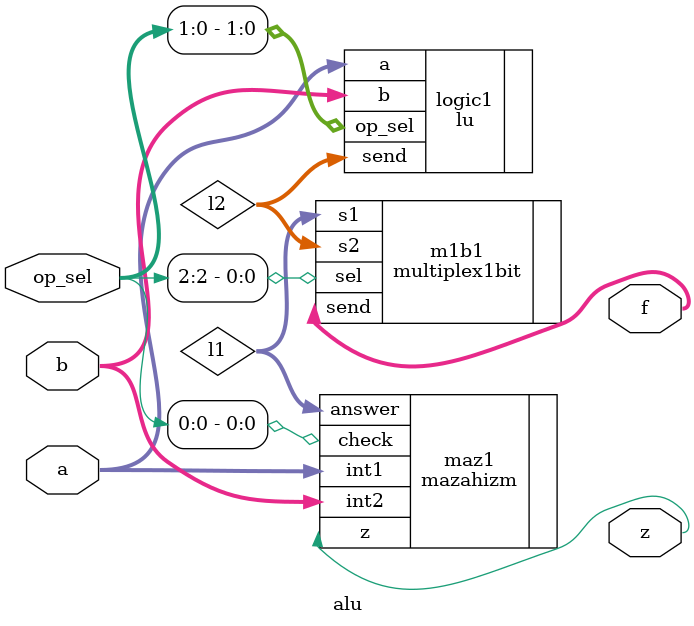
<source format=v>
module alu(output z,output [15:0]f, input [15:0]a , input [15:0]b, input [2:0]op_sel);

wire [15:0]l1,l2;
mazahizm maz1(.z(z),.answer(l1), .int1(a), .int2(b), .check(op_sel[0]));
lu logic1(.send(l2) ,.a(a) ,.b(b) ,.op_sel(op_sel[1:0]));
multiplex1bit m1b1(.send(f), .sel(op_sel[2]), .s1(l1), .s2(l2));
	endmodule

</source>
